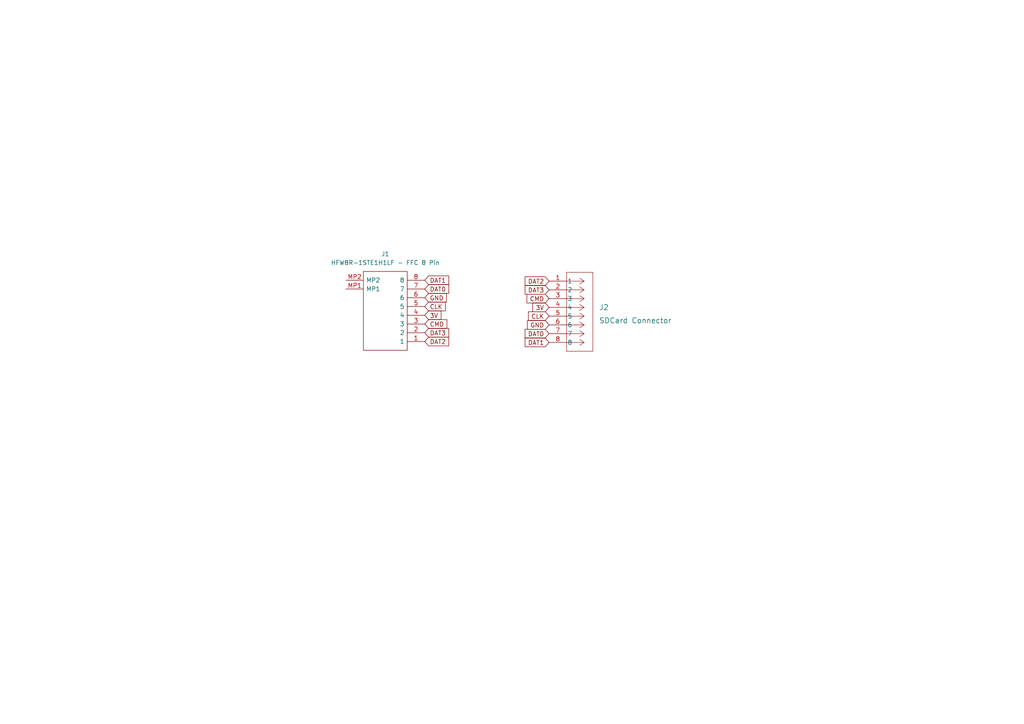
<source format=kicad_sch>
(kicad_sch (version 20211123) (generator eeschema)
  (paper "A4")
  (lib_symbols
    (symbol "FFC8Pin:HFW8R-1STE1H1LF" (pin_names (offset 0.762))
      (property "Reference" "J" (at 19.05 7.62 0))
      (property "Value" "HFW8R-1STE1H1LF" (at 19.05 5.08 0))
      (symbol "HFW8R-1STE1H1LF_0_0"
        (pin passive line (at 22.86 -17.78 180) (length 5.08) (name "1") (number "1"))
        (pin passive line (at 22.86 -15.24 180) (length 5.08) (name "2") (number "2"))
        (pin passive line (at 22.86 -12.7 180) (length 5.08) (name "3") (number "3"))
        (pin passive line (at 22.86 -10.16 180) (length 5.08) (name "4") (number "4"))
        (pin passive line (at 22.86 -7.62 180) (length 5.08) (name "5") (number "5"))
        (pin passive line (at 22.86 -5.08 180) (length 5.08) (name "6") (number "6"))
        (pin passive line (at 22.86 -2.54 180) (length 5.08) (name "7") (number "7"))
        (pin passive line (at 22.86 0 180) (length 5.08) (name "8") (number "8"))
        (pin passive line (at 0 -2.54 0) (length 5.08) (name "MP1") (number "MP1"))
        (pin passive line (at 0 0 0) (length 5.08) (name "MP2") (number "MP2"))
      )
      (symbol "HFW8R-1STE1H1LF_0_1"
        (polyline (pts (xy 5.08 2.54) (xy 17.78 2.54) (xy 17.78 -20.32) (xy 5.08 -20.32) (xy 5.08 2.54)) (stroke (width 0.1524)))
      )
    )
    (symbol "SDCard:DM3D-SF" (pin_names (offset 0.254))
      (property "Reference" "J" (at 8.89 6.35 0))
      (property "Value" "DM3D-SF" (at 0 0 0))
      (symbol "DM3D-SF_1_1"
        (polyline (pts (xy 5.08 -20.32) (xy 12.7 -20.32)) (stroke (width 0.127)))
        (polyline (pts (xy 5.08 2.54) (xy 5.08 -20.32)) (stroke (width 0.127)))
        (polyline (pts (xy 10.16 -17.78) (xy 5.08 -17.78)) (stroke (width 0.127)))
        (polyline (pts (xy 10.16 -17.78) (xy 8.89 -18.6267)) (stroke (width 0.127)))
        (polyline (pts (xy 10.16 -17.78) (xy 8.89 -16.9333)) (stroke (width 0.127)))
        (polyline (pts (xy 10.16 -15.24) (xy 5.08 -15.24)) (stroke (width 0.127)))
        (polyline (pts (xy 10.16 -15.24) (xy 8.89 -16.0867)) (stroke (width 0.127)))
        (polyline (pts (xy 10.16 -15.24) (xy 8.89 -14.3933)) (stroke (width 0.127)))
        (polyline (pts (xy 10.16 -12.7) (xy 5.08 -12.7)) (stroke (width 0.127)))
        (polyline (pts (xy 10.16 -12.7) (xy 8.89 -13.5467)) (stroke (width 0.127)))
        (polyline (pts (xy 10.16 -12.7) (xy 8.89 -11.8533)) (stroke (width 0.127)))
        (polyline (pts (xy 10.16 -10.16) (xy 5.08 -10.16)) (stroke (width 0.127)))
        (polyline (pts (xy 10.16 -10.16) (xy 8.89 -11.0067)) (stroke (width 0.127)))
        (polyline (pts (xy 10.16 -10.16) (xy 8.89 -9.3133)) (stroke (width 0.127)))
        (polyline (pts (xy 10.16 -7.62) (xy 5.08 -7.62)) (stroke (width 0.127)))
        (polyline (pts (xy 10.16 -7.62) (xy 8.89 -8.4667)) (stroke (width 0.127)))
        (polyline (pts (xy 10.16 -7.62) (xy 8.89 -6.7733)) (stroke (width 0.127)))
        (polyline (pts (xy 10.16 -5.08) (xy 5.08 -5.08)) (stroke (width 0.127)))
        (polyline (pts (xy 10.16 -5.08) (xy 8.89 -5.9267)) (stroke (width 0.127)))
        (polyline (pts (xy 10.16 -5.08) (xy 8.89 -4.2333)) (stroke (width 0.127)))
        (polyline (pts (xy 10.16 -2.54) (xy 5.08 -2.54)) (stroke (width 0.127)))
        (polyline (pts (xy 10.16 -2.54) (xy 8.89 -3.3867)) (stroke (width 0.127)))
        (polyline (pts (xy 10.16 -2.54) (xy 8.89 -1.6933)) (stroke (width 0.127)))
        (polyline (pts (xy 10.16 0) (xy 5.08 0)) (stroke (width 0.127)))
        (polyline (pts (xy 10.16 0) (xy 8.89 -0.8467)) (stroke (width 0.127)))
        (polyline (pts (xy 10.16 0) (xy 8.89 0.8467)) (stroke (width 0.127)))
        (polyline (pts (xy 12.7 -20.32) (xy 12.7 2.54)) (stroke (width 0.127)))
        (polyline (pts (xy 12.7 2.54) (xy 5.08 2.54)) (stroke (width 0.127)))
        (pin unspecified line (at 0 0 0) (length 5.08) (name "1") (number "1"))
        (pin unspecified line (at 0 -2.54 0) (length 5.08) (name "2") (number "2"))
        (pin unspecified line (at 0 -5.08 0) (length 5.08) (name "3") (number "3"))
        (pin unspecified line (at 0 -7.62 0) (length 5.08) (name "4") (number "4"))
        (pin unspecified line (at 0 -10.16 0) (length 5.08) (name "5") (number "5"))
        (pin unspecified line (at 0 -12.7 0) (length 5.08) (name "6") (number "6"))
        (pin unspecified line (at 0 -15.24 0) (length 5.08) (name "7") (number "7"))
        (pin unspecified line (at 0 -17.78 0) (length 5.08) (name "8") (number "8"))
      )
      (symbol "DM3D-SF_1_2"
        (polyline (pts (xy 5.08 -20.32) (xy 12.7 -20.32)) (stroke (width 0.127)))
        (polyline (pts (xy 5.08 2.54) (xy 5.08 -20.32)) (stroke (width 0.127)))
        (polyline (pts (xy 7.62 -17.78) (xy 5.08 -17.78)) (stroke (width 0.127)))
        (polyline (pts (xy 7.62 -17.78) (xy 8.89 -18.6267)) (stroke (width 0.127)))
        (polyline (pts (xy 7.62 -17.78) (xy 8.89 -16.9333)) (stroke (width 0.127)))
        (polyline (pts (xy 7.62 -15.24) (xy 5.08 -15.24)) (stroke (width 0.127)))
        (polyline (pts (xy 7.62 -15.24) (xy 8.89 -16.0867)) (stroke (width 0.127)))
        (polyline (pts (xy 7.62 -15.24) (xy 8.89 -14.3933)) (stroke (width 0.127)))
        (polyline (pts (xy 7.62 -12.7) (xy 5.08 -12.7)) (stroke (width 0.127)))
        (polyline (pts (xy 7.62 -12.7) (xy 8.89 -13.5467)) (stroke (width 0.127)))
        (polyline (pts (xy 7.62 -12.7) (xy 8.89 -11.8533)) (stroke (width 0.127)))
        (polyline (pts (xy 7.62 -10.16) (xy 5.08 -10.16)) (stroke (width 0.127)))
        (polyline (pts (xy 7.62 -10.16) (xy 8.89 -11.0067)) (stroke (width 0.127)))
        (polyline (pts (xy 7.62 -10.16) (xy 8.89 -9.3133)) (stroke (width 0.127)))
        (polyline (pts (xy 7.62 -7.62) (xy 5.08 -7.62)) (stroke (width 0.127)))
        (polyline (pts (xy 7.62 -7.62) (xy 8.89 -8.4667)) (stroke (width 0.127)))
        (polyline (pts (xy 7.62 -7.62) (xy 8.89 -6.7733)) (stroke (width 0.127)))
        (polyline (pts (xy 7.62 -5.08) (xy 5.08 -5.08)) (stroke (width 0.127)))
        (polyline (pts (xy 7.62 -5.08) (xy 8.89 -5.9267)) (stroke (width 0.127)))
        (polyline (pts (xy 7.62 -5.08) (xy 8.89 -4.2333)) (stroke (width 0.127)))
        (polyline (pts (xy 7.62 -2.54) (xy 5.08 -2.54)) (stroke (width 0.127)))
        (polyline (pts (xy 7.62 -2.54) (xy 8.89 -3.3867)) (stroke (width 0.127)))
        (polyline (pts (xy 7.62 -2.54) (xy 8.89 -1.6933)) (stroke (width 0.127)))
        (polyline (pts (xy 7.62 0) (xy 5.08 0)) (stroke (width 0.127)))
        (polyline (pts (xy 7.62 0) (xy 8.89 -0.8467)) (stroke (width 0.127)))
        (polyline (pts (xy 7.62 0) (xy 8.89 0.8467)) (stroke (width 0.127)))
        (polyline (pts (xy 12.7 -20.32) (xy 12.7 2.54)) (stroke (width 0.127)))
        (polyline (pts (xy 12.7 2.54) (xy 5.08 2.54)) (stroke (width 0.127)))
        (pin unspecified line (at 0 0 0) (length 5.08) (name "1") (number "1"))
        (pin unspecified line (at 0 -2.54 0) (length 5.08) (name "2") (number "2"))
        (pin unspecified line (at 0 -5.08 0) (length 5.08) (name "3") (number "3"))
        (pin unspecified line (at 0 -7.62 0) (length 5.08) (name "4") (number "4"))
        (pin unspecified line (at 0 -10.16 0) (length 5.08) (name "5") (number "5"))
        (pin unspecified line (at 0 -12.7 0) (length 5.08) (name "6") (number "6"))
        (pin unspecified line (at 0 -15.24 0) (length 5.08) (name "7") (number "7"))
        (pin unspecified line (at 0 -17.78 0) (length 5.08) (name "8") (number "8"))
      )
    )
  )
  (global_label "DAT2" (shape input) (at 159.258 81.534 180) (property "Intersheet References" "${INTERSHEET_REFS}" (effects hide)))
  (global_label "DAT0" (shape input) (at 159.258 96.774 180) (property "Intersheet References" "${INTERSHEET_REFS}" (effects hide)))
  (global_label "DAT3" (shape input) (at 159.258 84.074 180) (property "Intersheet References" "${INTERSHEET_REFS}" (effects hide)))
  (global_label "CLK" (shape input) (at 123.19 88.9 0) (property "Intersheet References" "${INTERSHEET_REFS}" (effects hide)))
  (global_label "GND" (shape input) (at 123.19 86.36 0) (property "Intersheet References" "${INTERSHEET_REFS}" (effects hide)))
  (global_label "3V" (shape input) (at 159.258 89.154 180) (property "Intersheet References" "${INTERSHEET_REFS}" (effects hide)))
  (global_label "DAT3" (shape input) (at 123.19 96.52 0) (property "Intersheet References" "${INTERSHEET_REFS}" (effects hide)))
  (global_label "3V" (shape input) (at 123.19 91.44 0) (property "Intersheet References" "${INTERSHEET_REFS}" (effects hide)))
  (global_label "CMD" (shape input) (at 159.258 86.614 180) (property "Intersheet References" "${INTERSHEET_REFS}" (effects hide)))
  (global_label "DAT2" (shape input) (at 123.19 99.06 0) (property "Intersheet References" "${INTERSHEET_REFS}" (effects hide)))
  (global_label "DAT0" (shape input) (at 123.19 83.82 0) (property "Intersheet References" "${INTERSHEET_REFS}" (effects hide)))
  (global_label "DAT1" (shape input) (at 159.258 99.314 180) (property "Intersheet References" "${INTERSHEET_REFS}" (effects hide)))
  (global_label "CLK" (shape input) (at 159.258 91.694 180) (property "Intersheet References" "${INTERSHEET_REFS}" (effects hide)))
  (global_label "CMD" (shape input) (at 123.19 93.98 0) (property "Intersheet References" "${INTERSHEET_REFS}" (effects hide)))
  (global_label "DAT1" (shape input) (at 123.19 81.28 0) (property "Intersheet References" "${INTERSHEET_REFS}" (effects hide)))
  (global_label "GND" (shape input) (at 159.258 94.234 180) (property "Intersheet References" "${INTERSHEET_REFS}" (effects hide)))
  (symbol (lib_id "SDCard:DM3D-SF") (at 159.258 81.534 0) (unit 1)
    (property "Reference" "J2" (at 173.736 89.154 0) (effects (font (size 1.524 1.524)) (justify left)))
    (property "Value" "SDCard Connector" (at 173.736 92.964 0) (effects (font (size 1.524 1.524)) (justify left)))
    (property "Footprint" "Useful Modifications:CONN8_DM3D-SF_HIR" (effects hide))
    (property "Datasheet" "DM3D-SF" (effects hide))
  )
  (symbol (lib_id "FFC8Pin:HFW8R-1STE1H1LF") (at 100.33 81.28 0) (unit 1)
    (property "Reference" "J1" (at 111.76 73.66 0))
    (property "Value" "HFW8R-1STE1H1LF - FFC 8 Pin" (at 111.76 76.2 0))
    (property "Footprint" "Useful Modifications:HFW8R1STE1H1LF" (effects hide))
    (property "Datasheet" "https://cdn.amphenol-icc.com/media/wysiwyg/files/drawing/10149903.pdf" (effects hide))
    (property "Description" "FFC & FPC Connectors FPC/FFC" (effects hide))
    (property "Height" "2" (effects hide))
    (property "Mouser Part Number" "649-HFW8R-1STE1H1LF" (effects hide))
    (property "Mouser Price/Stock" "https://www.mouser.co.uk/ProductDetail/Amphenol-FCI/HFW8R-1STE1H1LF?qs=u16ybLDytRa2JvKOpfmsVA%3D%3D" (effects hide))
    (property "Manufacturer_Name" "Amphenol Communication Solutions" (effects hide))
    (property "Manufacturer_Part_Number" "HFW8R-1STE1H1LF" (effects hide))
  )
)
</source>
